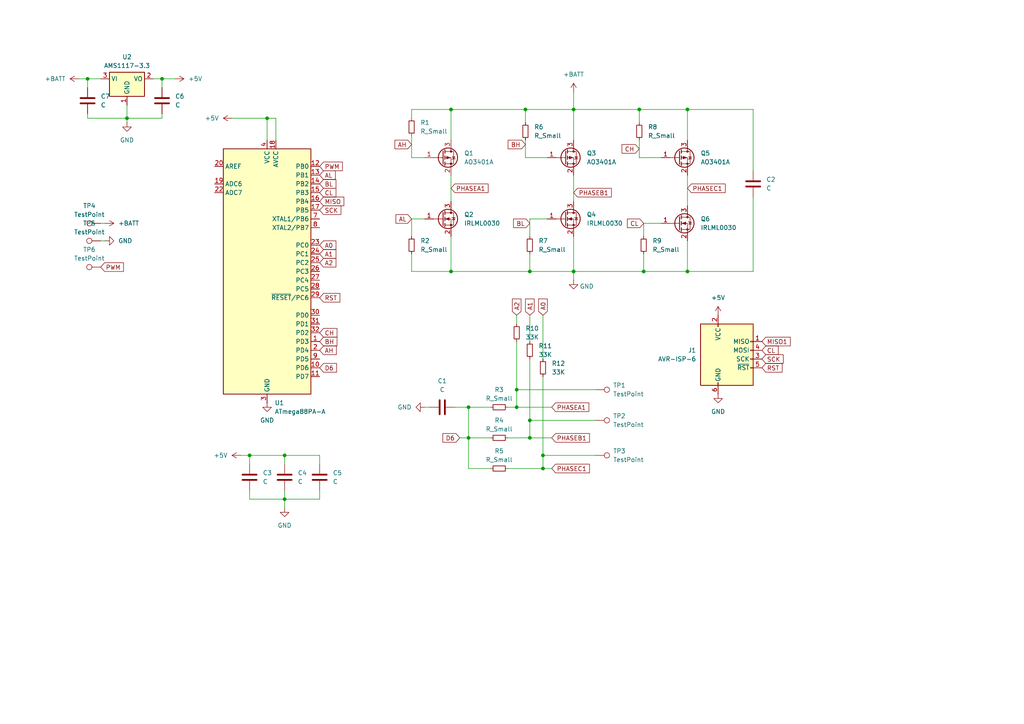
<source format=kicad_sch>
(kicad_sch (version 20231120) (generator "eeschema") (generator_version "8.0")
  (paper "A4")
  (lib_symbols
    (symbol "Connector:AVR-ISP-6" (pin_names (offset 1.016))
      (property "Reference" "J" (at -6.35 11.43 0))
      (property "Value" "AVR-ISP-6" (at 0 11.43 0))
      (symbol "AVR-ISP-6_0_1"
        (rectangle (start -2.667 -6.858) (end -2.413 -7.62))
        (rectangle (start -2.667 10.16) (end -2.413 9.398))
        (rectangle (start 7.62 -2.413) (end 6.858 -2.667))
        (rectangle (start 7.62 0.127) (end 6.858 -0.127))
        (rectangle (start 7.62 2.667) (end 6.858 2.413))
        (rectangle (start 7.62 5.207) (end 6.858 4.953))
        (rectangle (start 7.62 10.16) (end -7.62 -7.62) (stroke (width 0.254)) (fill (type background)))
      )
      (symbol "AVR-ISP-6_1_1"
        (pin passive line (at 10.16 5.08 180) (length 2.54) (name "MISO") (number "1"))
        (pin passive line (at -2.54 12.7 270) (length 2.54) (name "VCC") (number "2"))
        (pin passive line (at 10.16 0 180) (length 2.54) (name "SCK") (number "3"))
        (pin passive line (at 10.16 2.54 180) (length 2.54) (name "MOSI") (number "4"))
        (pin passive line (at 10.16 -2.54 180) (length 2.54) (name "~{RST}") (number "5"))
        (pin passive line (at -2.54 -10.16 90) (length 2.54) (name "GND") (number "6"))
      )
    )
    (symbol "Connector:TestPoint" (pin_numbers hide) (pin_names (offset 0.762) hide)
      (property "Reference" "TP" (at 0 6.858 0))
      (property "Value" "TestPoint" (at 0 5.08 0))
      (symbol "TestPoint_0_1"
        (circle (center 0 3.302) (radius 0.762))
      )
      (symbol "TestPoint_1_1"
        (pin passive line (at 0 0 90) (length 2.54) (name "1") (number "1"))
      )
    )
    (symbol "Device:C" (pin_numbers hide) (pin_names (offset 0.254))
      (property "Reference" "C" (at 0.635 2.54 0))
      (property "Value" "C" (at 0.635 -2.54 0))
      (symbol "C_0_1"
        (polyline (pts (xy -2.032 -0.762) (xy 2.032 -0.762)) (stroke (width 0.508)))
        (polyline (pts (xy -2.032 0.762) (xy 2.032 0.762)) (stroke (width 0.508)))
      )
      (symbol "C_1_1"
        (pin passive line (at 0 3.81 270) (length 2.794) (name "~") (number "1"))
        (pin passive line (at 0 -3.81 90) (length 2.794) (name "~") (number "2"))
      )
    )
    (symbol "Device:R_Small" (pin_numbers hide) (pin_names (offset 0.254) hide)
      (property "Reference" "R" (at 0.762 0.508 0))
      (property "Value" "R_Small" (at 0.762 -1.016 0))
      (symbol "R_Small_0_1"
        (rectangle (start -0.762 1.778) (end 0.762 -1.778) (stroke (width 0.2032)))
      )
      (symbol "R_Small_1_1"
        (pin passive line (at 0 2.54 270) (length 0.762) (name "~") (number "1"))
        (pin passive line (at 0 -2.54 90) (length 0.762) (name "~") (number "2"))
      )
    )
    (symbol "MCU_Microchip_ATmega:ATmega88PA-A"
      (property "Reference" "U" (at -12.7 36.83 0))
      (property "Value" "ATmega88PA-A" (at 2.54 -36.83 0))
      (symbol "ATmega88PA-A_0_1"
        (rectangle (start -12.7 -35.56) (end 12.7 35.56) (stroke (width 0.254)) (fill (type background)))
      )
      (symbol "ATmega88PA-A_1_1"
        (pin bidirectional line (at 15.24 -20.32 180) (length 2.54) (name "PD3") (number "1"))
        (pin bidirectional line (at 15.24 -27.94 180) (length 2.54) (name "PD6") (number "10"))
        (pin bidirectional line (at 15.24 -30.48 180) (length 2.54) (name "PD7") (number "11"))
        (pin bidirectional line (at 15.24 30.48 180) (length 2.54) (name "PB0") (number "12"))
        (pin bidirectional line (at 15.24 27.94 180) (length 2.54) (name "PB1") (number "13"))
        (pin bidirectional line (at 15.24 25.4 180) (length 2.54) (name "PB2") (number "14"))
        (pin bidirectional line (at 15.24 22.86 180) (length 2.54) (name "PB3") (number "15"))
        (pin bidirectional line (at 15.24 20.32 180) (length 2.54) (name "PB4") (number "16"))
        (pin bidirectional line (at 15.24 17.78 180) (length 2.54) (name "PB5") (number "17"))
        (pin power_in line (at 2.54 38.1 270) (length 2.54) (name "AVCC") (number "18"))
        (pin input line (at -15.24 25.4 0) (length 2.54) (name "ADC6") (number "19"))
        (pin bidirectional line (at 15.24 -22.86 180) (length 2.54) (name "PD4") (number "2"))
        (pin passive line (at -15.24 30.48 0) (length 2.54) (name "AREF") (number "20"))
        (pin passive line (at 0 -38.1 90) (length 2.54) hide (name "GND") (number "21"))
        (pin input line (at -15.24 22.86 0) (length 2.54) (name "ADC7") (number "22"))
        (pin bidirectional line (at 15.24 7.62 180) (length 2.54) (name "PC0") (number "23"))
        (pin bidirectional line (at 15.24 5.08 180) (length 2.54) (name "PC1") (number "24"))
        (pin bidirectional line (at 15.24 2.54 180) (length 2.54) (name "PC2") (number "25"))
        (pin bidirectional line (at 15.24 0 180) (length 2.54) (name "PC3") (number "26"))
        (pin bidirectional line (at 15.24 -2.54 180) (length 2.54) (name "PC4") (number "27"))
        (pin bidirectional line (at 15.24 -5.08 180) (length 2.54) (name "PC5") (number "28"))
        (pin bidirectional line (at 15.24 -7.62 180) (length 2.54) (name "~{RESET}/PC6") (number "29"))
        (pin power_in line (at 0 -38.1 90) (length 2.54) (name "GND") (number "3"))
        (pin bidirectional line (at 15.24 -12.7 180) (length 2.54) (name "PD0") (number "30"))
        (pin bidirectional line (at 15.24 -15.24 180) (length 2.54) (name "PD1") (number "31"))
        (pin bidirectional line (at 15.24 -17.78 180) (length 2.54) (name "PD2") (number "32"))
        (pin power_in line (at 0 38.1 270) (length 2.54) (name "VCC") (number "4"))
        (pin passive line (at 0 -38.1 90) (length 2.54) hide (name "GND") (number "5"))
        (pin passive line (at 0 38.1 270) (length 2.54) hide (name "VCC") (number "6"))
        (pin bidirectional line (at 15.24 15.24 180) (length 2.54) (name "XTAL1/PB6") (number "7"))
        (pin bidirectional line (at 15.24 12.7 180) (length 2.54) (name "XTAL2/PB7") (number "8"))
        (pin bidirectional line (at 15.24 -25.4 180) (length 2.54) (name "PD5") (number "9"))
      )
    )
    (symbol "Regulator_Linear:AMS1117-3.3"
      (property "Reference" "U" (at -3.81 3.175 0))
      (property "Value" "AMS1117-3.3" (at 0 3.175 0))
      (symbol "AMS1117-3.3_0_1"
        (rectangle (start -5.08 -5.08) (end 5.08 1.905) (stroke (width 0.254)) (fill (type background)))
      )
      (symbol "AMS1117-3.3_1_1"
        (pin power_in line (at 0 -7.62 90) (length 2.54) (name "GND") (number "1"))
        (pin power_out line (at 7.62 0 180) (length 2.54) (name "VO") (number "2"))
        (pin power_in line (at -7.62 0 0) (length 2.54) (name "VI") (number "3"))
      )
    )
    (symbol "Transistor_FET:AO3401A" (pin_names hide)
      (property "Reference" "Q" (at 5.08 1.905 0))
      (property "Value" "AO3401A" (at 5.08 0 0))
      (symbol "AO3401A_0_1"
        (polyline (pts (xy 0.254 0) (xy -2.54 0)))
        (polyline (pts (xy 0.254 1.905) (xy 0.254 -1.905)) (stroke (width 0.254)))
        (polyline (pts (xy 0.762 -1.27) (xy 0.762 -2.286)) (stroke (width 0.254)))
        (polyline (pts (xy 0.762 0.508) (xy 0.762 -0.508)) (stroke (width 0.254)))
        (polyline (pts (xy 0.762 2.286) (xy 0.762 1.27)) (stroke (width 0.254)))
        (polyline (pts (xy 2.54 2.54) (xy 2.54 1.778)))
        (polyline (pts (xy 2.54 -2.54) (xy 2.54 0) (xy 0.762 0)))
        (polyline (pts (xy 0.762 1.778) (xy 3.302 1.778) (xy 3.302 -1.778) (xy 0.762 -1.778)))
        (polyline (pts (xy 2.286 0) (xy 1.27 0.381) (xy 1.27 -0.381) (xy 2.286 0)) (fill (type outline)))
        (polyline (pts (xy 2.794 -0.508) (xy 2.921 -0.381) (xy 3.683 -0.381) (xy 3.81 -0.254)))
        (polyline (pts (xy 3.302 -0.381) (xy 2.921 0.254) (xy 3.683 0.254) (xy 3.302 -0.381)))
        (circle (center 1.651 0) (radius 2.794) (stroke (width 0.254)))
        (circle (center 2.54 -1.778) (radius 0.254) (fill (type outline)))
        (circle (center 2.54 1.778) (radius 0.254) (fill (type outline)))
      )
      (symbol "AO3401A_1_1"
        (pin input line (at -5.08 0 0) (length 2.54) (name "G") (number "1"))
        (pin passive line (at 2.54 -5.08 90) (length 2.54) (name "S") (number "2"))
        (pin passive line (at 2.54 5.08 270) (length 2.54) (name "D") (number "3"))
      )
    )
    (symbol "Transistor_FET:IRLML0030" (pin_names hide)
      (property "Reference" "Q" (at 5.08 1.905 0))
      (property "Value" "IRLML0030" (at 5.08 0 0))
      (symbol "IRLML0030_0_1"
        (polyline (pts (xy 0.254 0) (xy -2.54 0)))
        (polyline (pts (xy 0.254 1.905) (xy 0.254 -1.905)) (stroke (width 0.254)))
        (polyline (pts (xy 0.762 -1.27) (xy 0.762 -2.286)) (stroke (width 0.254)))
        (polyline (pts (xy 0.762 0.508) (xy 0.762 -0.508)) (stroke (width 0.254)))
        (polyline (pts (xy 0.762 2.286) (xy 0.762 1.27)) (stroke (width 0.254)))
        (polyline (pts (xy 2.54 2.54) (xy 2.54 1.778)))
        (polyline (pts (xy 2.54 -2.54) (xy 2.54 0) (xy 0.762 0)))
        (polyline (pts (xy 0.762 -1.778) (xy 3.302 -1.778) (xy 3.302 1.778) (xy 0.762 1.778)))
        (polyline (pts (xy 1.016 0) (xy 2.032 0.381) (xy 2.032 -0.381) (xy 1.016 0)) (fill (type outline)))
        (polyline (pts (xy 2.794 0.508) (xy 2.921 0.381) (xy 3.683 0.381) (xy 3.81 0.254)))
        (polyline (pts (xy 3.302 0.381) (xy 2.921 -0.254) (xy 3.683 -0.254) (xy 3.302 0.381)))
        (circle (center 1.651 0) (radius 2.794) (stroke (width 0.254)))
        (circle (center 2.54 -1.778) (radius 0.254) (fill (type outline)))
        (circle (center 2.54 1.778) (radius 0.254) (fill (type outline)))
      )
      (symbol "IRLML0030_1_1"
        (pin input line (at -5.08 0 0) (length 2.54) (name "G") (number "1"))
        (pin passive line (at 2.54 -5.08 90) (length 2.54) (name "S") (number "2"))
        (pin passive line (at 2.54 5.08 270) (length 2.54) (name "D") (number "3"))
      )
    )
    (symbol "power:+5V" (power) (pin_numbers hide) (pin_names (offset 0) hide)
      (property "Value" "+5V" (at 0 3.556 0))
      (symbol "+5V_0_1"
        (polyline (pts (xy -0.762 1.27) (xy 0 2.54)))
        (polyline (pts (xy 0 0) (xy 0 2.54)))
        (polyline (pts (xy 0 2.54) (xy 0.762 1.27)))
      )
      (symbol "+5V_1_1"
        (pin power_in line (at 0 0 90) (length 0) (name "~") (number "1"))
      )
    )
    (symbol "power:+BATT" (power) (pin_numbers hide) (pin_names (offset 0) hide)
      (property "Value" "+BATT" (at 0 3.556 0))
      (symbol "+BATT_0_1"
        (polyline (pts (xy -0.762 1.27) (xy 0 2.54)))
        (polyline (pts (xy 0 0) (xy 0 2.54)))
        (polyline (pts (xy 0 2.54) (xy 0.762 1.27)))
      )
      (symbol "+BATT_1_1"
        (pin power_in line (at 0 0 90) (length 0) (name "~") (number "1"))
      )
    )
    (symbol "power:GND" (power) (pin_numbers hide) (pin_names (offset 0) hide)
      (property "Value" "GND" (at 0 -3.81 0))
      (symbol "GND_0_1"
        (polyline (pts (xy 0 0) (xy 0 -1.27) (xy 1.27 -1.27) (xy 0 -2.54) (xy -1.27 -1.27) (xy 0 -1.27)))
      )
      (symbol "GND_1_1"
        (pin power_in line (at 0 0 270) (length 0) (name "~") (number "1"))
      )
    )
  )
  (junction (at 185.42 31.75))
  (junction (at 72.39 132.08))
  (junction (at 149.86 118.11))
  (junction (at 25.4 22.86))
  (junction (at 153.67 121.92))
  (junction (at 166.37 31.75))
  (junction (at 46.99 22.86))
  (junction (at 135.89 118.11))
  (junction (at 199.39 31.75))
  (junction (at 152.4 31.75))
  (junction (at 199.39 78.74))
  (junction (at 153.67 78.74))
  (junction (at 77.47 34.29))
  (junction (at 186.69 78.74))
  (junction (at 36.83 34.29))
  (junction (at 130.81 31.75))
  (junction (at 130.81 78.74))
  (junction (at 82.55 144.78))
  (junction (at 157.48 132.08))
  (junction (at 166.37 78.74))
  (junction (at 149.86 113.03))
  (junction (at 135.89 127))
  (junction (at 153.67 127))
  (junction (at 157.48 135.89))
  (junction (at 82.55 132.08))
  (wire (pts (xy 185.42 45.72) (xy 191.77 45.72)))
  (wire (pts (xy 153.67 121.92) (xy 153.67 127)))
  (wire (pts (xy 166.37 68.58) (xy 166.37 78.74)))
  (wire (pts (xy 152.4 45.72) (xy 158.75 45.72)))
  (wire (pts (xy 152.4 40.64) (xy 152.4 45.72)))
  (wire (pts (xy 119.38 39.37) (xy 119.38 45.72)))
  (wire (pts (xy 119.38 31.75) (xy 130.81 31.75)))
  (wire (pts (xy 135.89 127) (xy 135.89 135.89)))
  (wire (pts (xy 149.86 113.03) (xy 172.72 113.03)))
  (wire (pts (xy 135.89 118.11) (xy 142.24 118.11)))
  (wire (pts (xy 149.86 118.11) (xy 160.02 118.11)))
  (wire (pts (xy 130.81 78.74) (xy 153.67 78.74)))
  (wire (pts (xy 30.48 69.85) (xy 29.21 69.85)))
  (wire (pts (xy 82.55 144.78) (xy 92.71 144.78)))
  (wire (pts (xy 149.86 91.44) (xy 149.86 93.98)))
  (wire (pts (xy 153.67 63.5) (xy 153.67 68.58)))
  (wire (pts (xy 119.38 78.74) (xy 130.81 78.74)))
  (wire (pts (xy 30.48 64.77) (xy 29.21 64.77)))
  (wire (pts (xy 199.39 31.75) (xy 218.44 31.75)))
  (wire (pts (xy 166.37 31.75) (xy 166.37 40.64)))
  (wire (pts (xy 218.44 31.75) (xy 218.44 49.53)))
  (wire (pts (xy 153.67 91.44) (xy 153.67 99.06)))
  (wire (pts (xy 36.83 30.48) (xy 36.83 34.29)))
  (wire (pts (xy 149.86 113.03) (xy 149.86 118.11)))
  (wire (pts (xy 218.44 57.15) (xy 218.44 78.74)))
  (wire (pts (xy 147.32 135.89) (xy 157.48 135.89)))
  (wire (pts (xy 77.47 34.29) (xy 80.01 34.29)))
  (wire (pts (xy 132.08 118.11) (xy 135.89 118.11)))
  (wire (pts (xy 166.37 50.8) (xy 166.37 58.42)))
  (wire (pts (xy 152.4 31.75) (xy 152.4 35.56)))
  (wire (pts (xy 135.89 135.89) (xy 142.24 135.89)))
  (wire (pts (xy 153.67 73.66) (xy 153.67 78.74)))
  (wire (pts (xy 82.55 132.08) (xy 92.71 132.08)))
  (wire (pts (xy 80.01 34.29) (xy 80.01 40.64)))
  (wire (pts (xy 186.69 64.77) (xy 191.77 64.77)))
  (wire (pts (xy 119.38 63.5) (xy 119.38 68.58)))
  (wire (pts (xy 46.99 22.86) (xy 50.8 22.86)))
  (wire (pts (xy 147.32 127) (xy 153.67 127)))
  (wire (pts (xy 82.55 132.08) (xy 82.55 134.62)))
  (wire (pts (xy 186.69 78.74) (xy 199.39 78.74)))
  (wire (pts (xy 152.4 31.75) (xy 166.37 31.75)))
  (wire (pts (xy 36.83 34.29) (xy 36.83 35.56)))
  (wire (pts (xy 185.42 31.75) (xy 185.42 35.56)))
  (wire (pts (xy 153.67 121.92) (xy 172.72 121.92)))
  (wire (pts (xy 25.4 34.29) (xy 36.83 34.29)))
  (wire (pts (xy 22.86 22.86) (xy 25.4 22.86)))
  (wire (pts (xy 82.55 144.78) (xy 82.55 147.32)))
  (wire (pts (xy 44.45 22.86) (xy 46.99 22.86)))
  (wire (pts (xy 69.85 132.08) (xy 72.39 132.08)))
  (wire (pts (xy 199.39 31.75) (xy 199.39 40.64)))
  (wire (pts (xy 46.99 33.02) (xy 46.99 34.29)))
  (wire (pts (xy 157.48 109.22) (xy 157.48 132.08)))
  (wire (pts (xy 25.4 22.86) (xy 25.4 25.4)))
  (wire (pts (xy 82.55 142.24) (xy 82.55 144.78)))
  (wire (pts (xy 72.39 144.78) (xy 82.55 144.78)))
  (wire (pts (xy 153.67 104.14) (xy 153.67 121.92)))
  (wire (pts (xy 153.67 78.74) (xy 166.37 78.74)))
  (wire (pts (xy 133.35 127) (xy 135.89 127)))
  (wire (pts (xy 166.37 78.74) (xy 166.37 81.28)))
  (wire (pts (xy 67.31 34.29) (xy 77.47 34.29)))
  (wire (pts (xy 92.71 132.08) (xy 92.71 134.62)))
  (wire (pts (xy 153.67 63.5) (xy 158.75 63.5)))
  (wire (pts (xy 153.67 127) (xy 160.02 127)))
  (wire (pts (xy 135.89 127) (xy 142.24 127)))
  (wire (pts (xy 157.48 132.08) (xy 172.72 132.08)))
  (wire (pts (xy 25.4 22.86) (xy 29.21 22.86)))
  (wire (pts (xy 72.39 132.08) (xy 82.55 132.08)))
  (wire (pts (xy 185.42 40.64) (xy 185.42 45.72)))
  (wire (pts (xy 25.4 33.02) (xy 25.4 34.29)))
  (wire (pts (xy 135.89 118.11) (xy 135.89 127)))
  (wire (pts (xy 130.81 31.75) (xy 130.81 40.64)))
  (wire (pts (xy 166.37 31.75) (xy 185.42 31.75)))
  (wire (pts (xy 77.47 34.29) (xy 77.47 40.64)))
  (wire (pts (xy 119.38 63.5) (xy 123.19 63.5)))
  (wire (pts (xy 185.42 31.75) (xy 199.39 31.75)))
  (wire (pts (xy 36.83 34.29) (xy 46.99 34.29)))
  (wire (pts (xy 166.37 26.67) (xy 166.37 31.75)))
  (wire (pts (xy 92.71 142.24) (xy 92.71 144.78)))
  (wire (pts (xy 199.39 69.85) (xy 199.39 78.74)))
  (wire (pts (xy 149.86 99.06) (xy 149.86 113.03)))
  (wire (pts (xy 130.81 68.58) (xy 130.81 78.74)))
  (wire (pts (xy 130.81 50.8) (xy 130.81 58.42)))
  (wire (pts (xy 199.39 78.74) (xy 218.44 78.74)))
  (wire (pts (xy 166.37 78.74) (xy 186.69 78.74)))
  (wire (pts (xy 72.39 132.08) (xy 72.39 134.62)))
  (wire (pts (xy 186.69 73.66) (xy 186.69 78.74)))
  (wire (pts (xy 157.48 132.08) (xy 157.48 135.89)))
  (wire (pts (xy 157.48 91.44) (xy 157.48 104.14)))
  (wire (pts (xy 157.48 135.89) (xy 160.02 135.89)))
  (wire (pts (xy 119.38 31.75) (xy 119.38 34.29)))
  (wire (pts (xy 46.99 22.86) (xy 46.99 25.4)))
  (wire (pts (xy 147.32 118.11) (xy 149.86 118.11)))
  (wire (pts (xy 199.39 50.8) (xy 199.39 59.69)))
  (wire (pts (xy 186.69 64.77) (xy 186.69 68.58)))
  (wire (pts (xy 130.81 31.75) (xy 152.4 31.75)))
  (wire (pts (xy 123.19 118.11) (xy 124.46 118.11)))
  (wire (pts (xy 72.39 142.24) (xy 72.39 144.78)))
  (wire (pts (xy 119.38 73.66) (xy 119.38 78.74)))
  (wire (pts (xy 119.38 45.72) (xy 123.19 45.72)))
  (global_label "RST" (shape input) (at 92.71 86.36 0) (property "Intersheetrefs" "${INTERSHEET_REFS}" (effects (hide yes))))
  (global_label "A1" (shape input) (at 153.67 91.44 90) (property "Intersheetrefs" "${INTERSHEET_REFS}" (effects (hide yes))))
  (global_label "BL" (shape input) (at 153.67 64.77 180) (property "Intersheetrefs" "${INTERSHEET_REFS}" (effects (hide yes))))
  (global_label "RST" (shape input) (at 220.98 106.68 0) (property "Intersheetrefs" "${INTERSHEET_REFS}" (effects (hide yes))))
  (global_label "BH" (shape input) (at 152.4 41.91 180) (property "Intersheetrefs" "${INTERSHEET_REFS}" (effects (hide yes))))
  (global_label "CL" (shape input) (at 92.71 55.88 0) (property "Intersheetrefs" "${INTERSHEET_REFS}" (effects (hide yes))))
  (global_label "AL" (shape input) (at 92.71 50.8 0) (property "Intersheetrefs" "${INTERSHEET_REFS}" (effects (hide yes))))
  (global_label "BL" (shape input) (at 92.71 53.34 0) (property "Intersheetrefs" "${INTERSHEET_REFS}" (effects (hide yes))))
  (global_label "A2" (shape input) (at 149.86 91.44 90) (property "Intersheetrefs" "${INTERSHEET_REFS}" (effects (hide yes))))
  (global_label "PHASEC1" (shape input) (at 160.02 135.89 0) (property "Intersheetrefs" "${INTERSHEET_REFS}" (effects (hide yes))))
  (global_label "A0" (shape input) (at 157.48 91.44 90) (property "Intersheetrefs" "${INTERSHEET_REFS}" (effects (hide yes))))
  (global_label "CH" (shape input) (at 92.71 96.52 0) (property "Intersheetrefs" "${INTERSHEET_REFS}" (effects (hide yes))))
  (global_label "PHASEA1" (shape input) (at 130.81 54.61 0) (property "Intersheetrefs" "${INTERSHEET_REFS}" (effects (hide yes))))
  (global_label "MISO" (shape input) (at 92.71 58.42 0) (property "Intersheetrefs" "${INTERSHEET_REFS}" (effects (hide yes))))
  (global_label "CL" (shape input) (at 220.98 101.6 0) (property "Intersheetrefs" "${INTERSHEET_REFS}" (effects (hide yes))))
  (global_label "SCK" (shape input) (at 220.98 104.14 0) (property "Intersheetrefs" "${INTERSHEET_REFS}" (effects (hide yes))))
  (global_label "PHASEB1" (shape input) (at 160.02 127 0) (property "Intersheetrefs" "${INTERSHEET_REFS}" (effects (hide yes))))
  (global_label "AL" (shape input) (at 119.38 63.5 180) (property "Intersheetrefs" "${INTERSHEET_REFS}" (effects (hide yes))))
  (global_label "PHASEB1" (shape input) (at 166.37 55.88 0) (property "Intersheetrefs" "${INTERSHEET_REFS}" (effects (hide yes))))
  (global_label "AH" (shape input) (at 92.71 101.6 0) (property "Intersheetrefs" "${INTERSHEET_REFS}" (effects (hide yes))))
  (global_label "A2" (shape input) (at 92.71 76.2 0) (property "Intersheetrefs" "${INTERSHEET_REFS}" (effects (hide yes))))
  (global_label "CH" (shape input) (at 185.42 43.18 180) (property "Intersheetrefs" "${INTERSHEET_REFS}" (effects (hide yes))))
  (global_label "CL" (shape input) (at 186.69 64.77 180) (property "Intersheetrefs" "${INTERSHEET_REFS}" (effects (hide yes))))
  (global_label "PWM" (shape input) (at 29.21 77.47 0) (property "Intersheetrefs" "${INTERSHEET_REFS}" (effects (hide yes))))
  (global_label "MISO1" (shape input) (at 220.98 99.06 0) (property "Intersheetrefs" "${INTERSHEET_REFS}" (effects (hide yes))))
  (global_label "PWM" (shape input) (at 92.71 48.26 0) (property "Intersheetrefs" "${INTERSHEET_REFS}" (effects (hide yes))))
  (global_label "SCK" (shape input) (at 92.71 60.96 0) (property "Intersheetrefs" "${INTERSHEET_REFS}" (effects (hide yes))))
  (global_label "BH" (shape input) (at 92.71 99.06 0) (property "Intersheetrefs" "${INTERSHEET_REFS}" (effects (hide yes))))
  (global_label "D6" (shape input) (at 133.35 127 180) (property "Intersheetrefs" "${INTERSHEET_REFS}" (effects (hide yes))))
  (global_label "A1" (shape input) (at 92.71 73.66 0) (property "Intersheetrefs" "${INTERSHEET_REFS}" (effects (hide yes))))
  (global_label "A0" (shape input) (at 92.71 71.12 0) (property "Intersheetrefs" "${INTERSHEET_REFS}" (effects (hide yes))))
  (global_label "AH" (shape input) (at 119.38 41.91 180) (property "Intersheetrefs" "${INTERSHEET_REFS}" (effects (hide yes))))
  (global_label "PHASEC1" (shape input) (at 199.39 54.61 0) (property "Intersheetrefs" "${INTERSHEET_REFS}" (effects (hide yes))))
  (global_label "D6" (shape input) (at 92.71 106.68 0) (property "Intersheetrefs" "${INTERSHEET_REFS}" (effects (hide yes))))
  (global_label "PHASEA1" (shape input) (at 160.02 118.11 0) (property "Intersheetrefs" "${INTERSHEET_REFS}" (effects (hide yes))))
  (symbol (lib_id "Transistor_FET:IRLML0030") (at 163.83 63.5 0) (unit 1)
    (property "Reference" "Q4" (at 170.18 62.2299 0) (effects (justify left)))
    (property "Value" "IRLML0030" (at 170.18 64.7699 0) (effects (justify left)))
    (property "Footprint" "Package_TO_SOT_SMD:SOT-23" (effects (hide yes)))
    (property "Datasheet" "https://www.infineon.com/dgdl/irlml0030pbf.pdf?fileId=5546d462533600a401535664773825df" (effects (hide yes)))
    (property "Description" "5.3A Id, 30V Vds, 27mOhm Rds, N-Channel HEXFET Power MOSFET, SOT-23" (effects (hide yes)))
  )
  (symbol (lib_id "power:+BATT") (at 22.86 22.86 90) (unit 1)
    (property "Reference" "#PWR011" (effects (hide yes)))
    (property "Value" "+BATT" (at 19.05 22.8599 90) (effects (justify left)))
    (property "Description" "Power symbol creates a global label with name \"+BATT\"" (effects (hide yes)))
  )
  (symbol (lib_id "power:GND") (at 77.47 116.84 0) (unit 1)
    (property "Reference" "#PWR09" (effects (hide yes)))
    (property "Value" "GND" (at 77.47 121.92 0))
    (property "Description" "Power symbol creates a global label with name \"GND\" , ground" (effects (hide yes)))
  )
  (symbol (lib_id "power:GND") (at 82.55 147.32 0) (unit 1)
    (property "Reference" "#PWR08" (effects (hide yes)))
    (property "Value" "GND" (at 82.55 152.4 0))
    (property "Description" "Power symbol creates a global label with name \"GND\" , ground" (effects (hide yes)))
  )
  (symbol (lib_id "Device:R_Small") (at 144.78 118.11 270) (unit 1)
    (property "Reference" "R3" (at 144.78 113.03 90))
    (property "Value" "R_Small" (at 144.78 115.57 90))
    (property "Footprint" "Resistor_SMD:R_0603_1608Metric" (effects (hide yes)))
  )
  (symbol (lib_id "Connector:TestPoint") (at 172.72 113.03 270) (unit 1)
    (property "Reference" "TP1" (at 177.8 111.7599 90) (effects (justify left)))
    (property "Value" "TestPoint" (at 177.8 114.2999 90) (effects (justify left)))
    (property "Footprint" "TestPoint:TestPoint_Pad_2.0x2.0mm" (effects (hide yes)))
    (property "Description" "test point" (effects (hide yes)))
  )
  (symbol (lib_id "Device:R_Small") (at 144.78 135.89 270) (unit 1)
    (property "Reference" "R5" (at 144.78 130.81 90))
    (property "Value" "R_Small" (at 144.78 133.35 90))
    (property "Footprint" "Resistor_SMD:R_0603_1608Metric" (effects (hide yes)))
  )
  (symbol (lib_id "Transistor_FET:IRLML0030") (at 128.27 63.5 0) (unit 1)
    (property "Reference" "Q2" (at 134.62 62.2299 0) (effects (justify left)))
    (property "Value" "IRLML0030" (at 134.62 64.7699 0) (effects (justify left)))
    (property "Footprint" "Package_TO_SOT_SMD:SOT-23" (effects (hide yes)))
    (property "Datasheet" "https://www.infineon.com/dgdl/irlml0030pbf.pdf?fileId=5546d462533600a401535664773825df" (effects (hide yes)))
    (property "Description" "5.3A Id, 30V Vds, 27mOhm Rds, N-Channel HEXFET Power MOSFET, SOT-23" (effects (hide yes)))
  )
  (symbol (lib_id "Connector:TestPoint") (at 172.72 132.08 270) (unit 1)
    (property "Reference" "TP3" (at 177.8 130.8099 90) (effects (justify left)))
    (property "Value" "TestPoint" (at 177.8 133.3499 90) (effects (justify left)))
    (property "Footprint" "TestPoint:TestPoint_Pad_2.0x2.0mm" (effects (hide yes)))
    (property "Description" "test point" (effects (hide yes)))
  )
  (symbol (lib_id "Device:R_Small") (at 144.78 127 270) (unit 1)
    (property "Reference" "R4" (at 144.78 121.92 90))
    (property "Value" "R_Small" (at 144.78 124.46 90))
    (property "Footprint" "Resistor_SMD:R_0603_1608Metric" (effects (hide yes)))
  )
  (symbol (lib_id "Device:R_Small") (at 149.86 96.52 0) (unit 1)
    (property "Reference" "R10" (at 152.4 95.2499 0) (effects (justify left)))
    (property "Value" "33K" (at 152.4 97.7899 0) (effects (justify left)))
    (property "Footprint" "Resistor_SMD:R_0603_1608Metric" (effects (hide yes)))
  )
  (symbol (lib_id "Device:C") (at 46.99 29.21 0) (unit 1)
    (property "Reference" "C6" (at 50.8 27.9399 0) (effects (justify left)))
    (property "Value" "C" (at 50.8 30.4799 0) (effects (justify left)))
    (property "Footprint" "Capacitor_SMD:C_0603_1608Metric" (effects (hide yes)))
  )
  (symbol (lib_id "Device:C") (at 218.44 53.34 0) (unit 1)
    (property "Reference" "C2" (at 222.25 52.0699 0) (effects (justify left)))
    (property "Value" "C" (at 222.25 54.6099 0) (effects (justify left)))
    (property "Footprint" "Capacitor_SMD:C_0603_1608Metric" (effects (hide yes)))
  )
  (symbol (lib_id "Device:C") (at 92.71 138.43 0) (unit 1)
    (property "Reference" "C5" (at 96.52 137.1599 0) (effects (justify left)))
    (property "Value" "C" (at 96.52 139.6999 0) (effects (justify left)))
    (property "Footprint" "Capacitor_SMD:C_0603_1608Metric" (effects (hide yes)))
  )
  (symbol (lib_id "MCU_Microchip_ATmega:ATmega88PA-A") (at 77.47 78.74 0) (unit 1)
    (property "Reference" "U1" (at 79.6641 116.84 0) (effects (justify left)))
    (property "Value" "ATmega88PA-A" (at 79.6641 119.38 0) (effects (justify left)))
    (property "Footprint" "Package_QFP:TQFP-32_7x7mm_P0.8mm" (effects (hide yes)))
    (property "Datasheet" "http://ww1.microchip.com/downloads/en/DeviceDoc/ATmega48PA_88PA_168PA-Data-Sheet-40002011A.pdf" (effects (hide yes)))
    (property "Description" "20MHz, 8kB Flash, 1kB SRAM, 512B EEPROM, TQFP-32" (effects (hide yes)))
  )
  (symbol (lib_id "Device:R_Small") (at 153.67 71.12 0) (unit 1)
    (property "Reference" "R7" (at 156.21 69.8499 0) (effects (justify left)))
    (property "Value" "R_Small" (at 156.21 72.3899 0) (effects (justify left)))
    (property "Footprint" "Resistor_SMD:R_0603_1608Metric" (effects (hide yes)))
  )
  (symbol (lib_id "power:GND") (at 30.48 69.85 90) (unit 1)
    (property "Reference" "#PWR013" (effects (hide yes)))
    (property "Value" "GND" (at 34.29 69.8499 90) (effects (justify right)))
    (property "Description" "Power symbol creates a global label with name \"GND\" , ground" (effects (hide yes)))
  )
  (symbol (lib_id "Connector:TestPoint") (at 172.72 121.92 270) (unit 1)
    (property "Reference" "TP2" (at 177.8 120.6499 90) (effects (justify left)))
    (property "Value" "TestPoint" (at 177.8 123.1899 90) (effects (justify left)))
    (property "Footprint" "TestPoint:TestPoint_Pad_2.0x2.0mm" (effects (hide yes)))
    (property "Description" "test point" (effects (hide yes)))
  )
  (symbol (lib_id "Transistor_FET:AO3401A") (at 163.83 45.72 0) (unit 1)
    (property "Reference" "Q3" (at 170.18 44.4499 0) (effects (justify left)))
    (property "Value" "AO3401A" (at 170.18 46.9899 0) (effects (justify left)))
    (property "Footprint" "Package_TO_SOT_SMD:SOT-23" (effects (hide yes)))
    (property "Datasheet" "http://www.aosmd.com/pdfs/datasheet/AO3401A.pdf" (effects (hide yes)))
    (property "Description" "-4.0A Id, -30V Vds, P-Channel MOSFET, SOT-23" (effects (hide yes)))
  )
  (symbol (lib_id "Transistor_FET:AO3401A") (at 196.85 45.72 0) (unit 1)
    (property "Reference" "Q5" (at 203.2 44.4499 0) (effects (justify left)))
    (property "Value" "AO3401A" (at 203.2 46.9899 0) (effects (justify left)))
    (property "Footprint" "Package_TO_SOT_SMD:SOT-23" (effects (hide yes)))
    (property "Datasheet" "http://www.aosmd.com/pdfs/datasheet/AO3401A.pdf" (effects (hide yes)))
    (property "Description" "-4.0A Id, -30V Vds, P-Channel MOSFET, SOT-23" (effects (hide yes)))
  )
  (symbol (lib_id "Connector:AVR-ISP-6") (at 210.82 104.14 0) (unit 1)
    (property "Reference" "J1" (at 201.93 101.5999 0) (effects (justify right)))
    (property "Value" "AVR-ISP-6" (at 201.93 104.1399 0) (effects (justify right)))
    (property "Footprint" "Connector_PinHeader_1.00mm:PinHeader_2x03_P1.00mm_Vertical" (effects (hide yes)))
    (property "Description" "Atmel 6-pin ISP connector" (effects (hide yes)))
  )
  (symbol (lib_id "power:+5V") (at 67.31 34.29 90) (unit 1)
    (property "Reference" "#PWR04" (effects (hide yes)))
    (property "Value" "+5V" (at 63.5 34.2899 90) (effects (justify left)))
    (property "Description" "Power symbol creates a global label with name \"+5V\"" (effects (hide yes)))
  )
  (symbol (lib_id "Device:C") (at 82.55 138.43 0) (unit 1)
    (property "Reference" "C4" (at 86.36 137.1599 0) (effects (justify left)))
    (property "Value" "C" (at 86.36 139.6999 0) (effects (justify left)))
    (property "Footprint" "Capacitor_SMD:C_0603_1608Metric" (effects (hide yes)))
  )
  (symbol (lib_id "Device:R_Small") (at 185.42 38.1 0) (unit 1)
    (property "Reference" "R8" (at 187.96 36.8299 0) (effects (justify left)))
    (property "Value" "R_Small" (at 187.96 39.3699 0) (effects (justify left)))
    (property "Footprint" "Resistor_SMD:R_0603_1608Metric" (effects (hide yes)))
  )
  (symbol (lib_id "power:GND") (at 123.19 118.11 270) (unit 1)
    (property "Reference" "#PWR01" (effects (hide yes)))
    (property "Value" "GND" (at 119.38 118.1099 90) (effects (justify right)))
    (property "Description" "Power symbol creates a global label with name \"GND\" , ground" (effects (hide yes)))
  )
  (symbol (lib_id "Device:R_Small") (at 152.4 38.1 0) (unit 1)
    (property "Reference" "R6" (at 154.94 36.8299 0) (effects (justify left)))
    (property "Value" "R_Small" (at 154.94 39.3699 0) (effects (justify left)))
    (property "Footprint" "Resistor_SMD:R_0603_1608Metric" (effects (hide yes)))
  )
  (symbol (lib_id "Regulator_Linear:AMS1117-3.3") (at 36.83 22.86 0) (unit 1)
    (property "Reference" "U2" (at 36.83 16.51 0))
    (property "Value" "AMS1117-3.3" (at 36.83 19.05 0))
    (property "Footprint" "Package_TO_SOT_SMD:SOT-223-3_TabPin2" (effects (hide yes)))
    (property "Datasheet" "http://www.advanced-monolithic.com/pdf/ds1117.pdf" (effects (hide yes)))
    (property "Description" "1A Low Dropout regulator, positive, 3.3V fixed output, SOT-223" (effects (hide yes)))
  )
  (symbol (lib_id "power:+BATT") (at 166.37 26.67 0) (unit 1)
    (property "Reference" "#PWR02" (effects (hide yes)))
    (property "Value" "+BATT" (at 166.37 21.59 0))
    (property "Description" "Power symbol creates a global label with name \"+BATT\"" (effects (hide yes)))
  )
  (symbol (lib_id "Device:C") (at 128.27 118.11 90) (unit 1)
    (property "Reference" "C1" (at 128.27 110.49 90))
    (property "Value" "C" (at 128.27 113.03 90))
    (property "Footprint" "Capacitor_SMD:C_0603_1608Metric" (effects (hide yes)))
  )
  (symbol (lib_id "Device:R_Small") (at 153.67 101.6 180) (unit 1)
    (property "Reference" "R11" (at 156.21 100.3299 0) (effects (justify right)))
    (property "Value" "33K" (at 156.21 102.8699 0) (effects (justify right)))
    (property "Footprint" "Resistor_SMD:R_0603_1608Metric" (effects (hide yes)))
  )
  (symbol (lib_id "power:+5V") (at 208.28 91.44 0) (unit 1)
    (property "Reference" "#PWR05" (effects (hide yes)))
    (property "Value" "+5V" (at 208.28 86.36 0))
    (property "Description" "Power symbol creates a global label with name \"+5V\"" (effects (hide yes)))
  )
  (symbol (lib_id "power:+BATT") (at 30.48 64.77 270) (unit 1)
    (property "Reference" "#PWR014" (effects (hide yes)))
    (property "Value" "+BATT" (at 34.29 64.7699 90) (effects (justify left)))
    (property "Description" "Power symbol creates a global label with name \"+BATT\"" (effects (hide yes)))
  )
  (symbol (lib_id "power:GND") (at 36.83 35.56 0) (unit 1)
    (property "Reference" "#PWR012" (effects (hide yes)))
    (property "Value" "GND" (at 36.83 40.64 0))
    (property "Description" "Power symbol creates a global label with name \"GND\" , ground" (effects (hide yes)))
  )
  (symbol (lib_id "Device:C") (at 72.39 138.43 0) (unit 1)
    (property "Reference" "C3" (at 76.2 137.1599 0) (effects (justify left)))
    (property "Value" "C" (at 76.2 139.6999 0) (effects (justify left)))
    (property "Footprint" "Capacitor_SMD:C_0603_1608Metric" (effects (hide yes)))
  )
  (symbol (lib_id "Connector:TestPoint") (at 29.21 64.77 90) (unit 1)
    (property "Reference" "TP4" (at 25.908 59.69 90))
    (property "Value" "TestPoint" (at 25.908 62.23 90))
    (property "Footprint" "TestPoint:TestPoint_Pad_4.0x4.0mm" (effects (hide yes)))
    (property "Description" "test point" (effects (hide yes)))
  )
  (symbol (lib_id "Connector:TestPoint") (at 29.21 69.85 90) (unit 1)
    (property "Reference" "TP5" (at 25.908 64.77 90))
    (property "Value" "TestPoint" (at 25.908 67.31 90))
    (property "Footprint" "TestPoint:TestPoint_Pad_4.0x4.0mm" (effects (hide yes)))
    (property "Description" "test point" (effects (hide yes)))
  )
  (symbol (lib_id "Device:R_Small") (at 119.38 71.12 0) (unit 1)
    (property "Reference" "R2" (at 121.92 69.8499 0) (effects (justify left)))
    (property "Value" "R_Small" (at 121.92 72.3899 0) (effects (justify left)))
    (property "Footprint" "Resistor_SMD:R_0603_1608Metric" (effects (hide yes)))
  )
  (symbol (lib_id "power:+5V") (at 50.8 22.86 270) (unit 1)
    (property "Reference" "#PWR010" (effects (hide yes)))
    (property "Value" "+5V" (at 54.61 22.8599 90) (effects (justify left)))
    (property "Description" "Power symbol creates a global label with name \"+5V\"" (effects (hide yes)))
  )
  (symbol (lib_id "Device:C") (at 25.4 29.21 0) (unit 1)
    (property "Reference" "C7" (at 29.21 27.9399 0) (effects (justify left)))
    (property "Value" "C" (at 29.21 30.4799 0) (effects (justify left)))
    (property "Footprint" "Capacitor_SMD:C_0603_1608Metric" (effects (hide yes)))
  )
  (symbol (lib_id "Transistor_FET:AO3401A") (at 128.27 45.72 0) (unit 1)
    (property "Reference" "Q1" (at 134.62 44.4499 0) (effects (justify left)))
    (property "Value" "AO3401A" (at 134.62 46.9899 0) (effects (justify left)))
    (property "Footprint" "Package_TO_SOT_SMD:SOT-23" (effects (hide yes)))
    (property "Datasheet" "http://www.aosmd.com/pdfs/datasheet/AO3401A.pdf" (effects (hide yes)))
    (property "Description" "-4.0A Id, -30V Vds, P-Channel MOSFET, SOT-23" (effects (hide yes)))
  )
  (symbol (lib_id "power:GND") (at 166.37 81.28 0) (unit 1)
    (property "Reference" "#PWR03" (effects (hide yes)))
    (property "Value" "GND" (at 170.18 83.058 0))
    (property "Description" "Power symbol creates a global label with name \"GND\" , ground" (effects (hide yes)))
  )
  (symbol (lib_id "power:+5V") (at 69.85 132.08 90) (unit 1)
    (property "Reference" "#PWR07" (effects (hide yes)))
    (property "Value" "+5V" (at 66.04 132.0799 90) (effects (justify left)))
    (property "Description" "Power symbol creates a global label with name \"+5V\"" (effects (hide yes)))
  )
  (symbol (lib_id "Transistor_FET:IRLML0030") (at 196.85 64.77 0) (unit 1)
    (property "Reference" "Q6" (at 203.2 63.4999 0) (effects (justify left)))
    (property "Value" "IRLML0030" (at 203.2 66.0399 0) (effects (justify left)))
    (property "Footprint" "Package_TO_SOT_SMD:SOT-23" (effects (hide yes)))
    (property "Datasheet" "https://www.infineon.com/dgdl/irlml0030pbf.pdf?fileId=5546d462533600a401535664773825df" (effects (hide yes)))
    (property "Description" "5.3A Id, 30V Vds, 27mOhm Rds, N-Channel HEXFET Power MOSFET, SOT-23" (effects (hide yes)))
  )
  (symbol (lib_id "power:GND") (at 208.28 114.3 0) (unit 1)
    (property "Reference" "#PWR06" (effects (hide yes)))
    (property "Value" "GND" (at 208.28 119.38 0))
    (property "Description" "Power symbol creates a global label with name \"GND\" , ground" (effects (hide yes)))
  )
  (symbol (lib_id "Device:R_Small") (at 119.38 36.83 0) (unit 1)
    (property "Reference" "R1" (at 121.92 35.5599 0) (effects (justify left)))
    (property "Value" "R_Small" (at 121.92 38.0999 0) (effects (justify left)))
    (property "Footprint" "Resistor_SMD:R_0603_1608Metric" (effects (hide yes)))
  )
  (symbol (lib_id "Device:R_Small") (at 157.48 106.68 180) (unit 1)
    (property "Reference" "R12" (at 160.02 105.4099 0) (effects (justify right)))
    (property "Value" "33K" (at 160.02 107.9499 0) (effects (justify right)))
    (property "Footprint" "Resistor_SMD:R_0603_1608Metric" (effects (hide yes)))
  )
  (symbol (lib_id "Connector:TestPoint") (at 29.21 77.47 90) (unit 1)
    (property "Reference" "TP6" (at 25.908 72.39 90))
    (property "Value" "TestPoint" (at 25.908 74.93 90))
    (property "Footprint" "TestPoint:TestPoint_Pad_4.0x4.0mm" (effects (hide yes)))
    (property "Description" "test point" (effects (hide yes)))
  )
  (symbol (lib_id "Device:R_Small") (at 186.69 71.12 0) (unit 1)
    (property "Reference" "R9" (at 189.23 69.8499 0) (effects (justify left)))
    (property "Value" "R_Small" (at 189.23 72.3899 0) (effects (justify left)))
    (property "Footprint" "Resistor_SMD:R_0603_1608Metric" (effects (hide yes)))
  )
)
</source>
